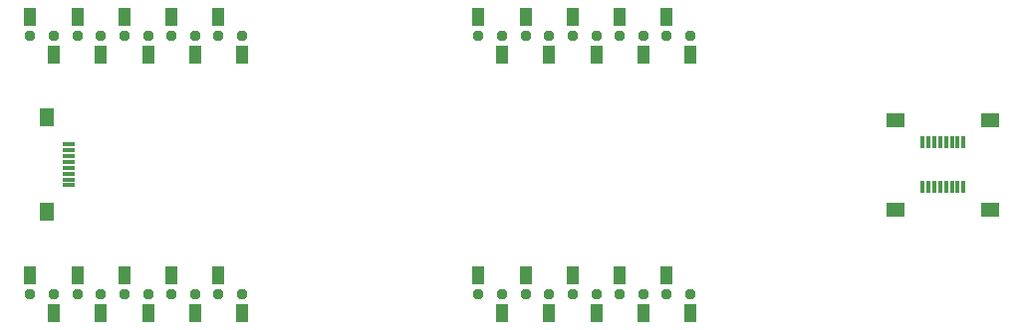
<source format=gts>
%TF.GenerationSoftware,KiCad,Pcbnew,(5.1.9)-1*%
%TF.CreationDate,2021-03-01T18:45:07-05:00*%
%TF.ProjectId,multicntr_filled,6d756c74-6963-46e7-9472-5f66696c6c65,A*%
%TF.SameCoordinates,Original*%
%TF.FileFunction,Soldermask,Top*%
%TF.FilePolarity,Negative*%
%FSLAX46Y46*%
G04 Gerber Fmt 4.6, Leading zero omitted, Abs format (unit mm)*
G04 Created by KiCad (PCBNEW (5.1.9)-1) date 2021-03-01 18:45:07*
%MOMM*%
%LPD*%
G01*
G04 APERTURE LIST*
%ADD10R,1.300000X1.650000*%
%ADD11R,1.000000X0.300000*%
%ADD12R,1.650000X1.300000*%
%ADD13R,0.300000X1.000000*%
%ADD14C,0.950000*%
%ADD15R,1.000000X1.600000*%
G04 APERTURE END LIST*
D10*
%TO.C,J1*%
X131381000Y-101025920D03*
X131381000Y-92975920D03*
D11*
X133281000Y-98750920D03*
X133281000Y-98250920D03*
X133281000Y-97750920D03*
X133281000Y-97250920D03*
X133281000Y-96750920D03*
X133281000Y-96250920D03*
X133281000Y-95750920D03*
X133281000Y-95250920D03*
%TD*%
D12*
%TO.C,J3*%
X211606000Y-100810920D03*
X203556000Y-100810920D03*
D13*
X209331000Y-98910920D03*
X208831000Y-98910920D03*
X208331000Y-98910920D03*
X207831000Y-98910920D03*
X207331000Y-98910920D03*
X206831000Y-98910920D03*
X206331000Y-98910920D03*
X205831000Y-98910920D03*
%TD*%
D12*
%TO.C,J4*%
X203556000Y-93190920D03*
X211606000Y-93190920D03*
D13*
X205831000Y-95090920D03*
X206331000Y-95090920D03*
X206831000Y-95090920D03*
X207331000Y-95090920D03*
X207831000Y-95090920D03*
X208331000Y-95090920D03*
X208831000Y-95090920D03*
X209331000Y-95090920D03*
%TD*%
D14*
%TO.C,P2*%
X168101000Y-108000920D03*
X170101000Y-108000920D03*
X172101000Y-108000920D03*
X174101000Y-108000920D03*
X176101000Y-108000920D03*
X178101000Y-108000920D03*
X180101000Y-108000920D03*
X182101000Y-108000920D03*
X184101000Y-108000920D03*
X186101000Y-108000920D03*
D15*
X168101000Y-106400920D03*
X170101000Y-109600920D03*
X172101000Y-106400920D03*
X174101000Y-109600920D03*
X176101000Y-106400920D03*
X178101000Y-109600920D03*
X180101000Y-106400920D03*
X182101000Y-109600920D03*
X184101000Y-106400920D03*
X186101000Y-109600920D03*
%TD*%
D14*
%TO.C,P1*%
X168101000Y-86000920D03*
X170101000Y-86000920D03*
X172101000Y-86000920D03*
X174101000Y-86000920D03*
X176101000Y-86000920D03*
X178101000Y-86000920D03*
X180101000Y-86000920D03*
X182101000Y-86000920D03*
X184101000Y-86000920D03*
X186101000Y-86000920D03*
D15*
X168101000Y-84400920D03*
X170101000Y-87600920D03*
X172101000Y-84400920D03*
X174101000Y-87600920D03*
X176101000Y-84400920D03*
X178101000Y-87600920D03*
X180101000Y-84400920D03*
X182101000Y-87600920D03*
X184101000Y-84400920D03*
X186101000Y-87600920D03*
%TD*%
%TO.C,P1*%
X148001000Y-87600920D03*
X146001000Y-84400920D03*
X144001000Y-87600920D03*
X142001000Y-84400920D03*
X140001000Y-87600920D03*
X138001000Y-84400920D03*
X136001000Y-87600920D03*
X134001000Y-84400920D03*
X132001000Y-87600920D03*
X130001000Y-84400920D03*
D14*
X148001000Y-86000920D03*
X146001000Y-86000920D03*
X144001000Y-86000920D03*
X142001000Y-86000920D03*
X140001000Y-86000920D03*
X138001000Y-86000920D03*
X136001000Y-86000920D03*
X134001000Y-86000920D03*
X132001000Y-86000920D03*
X130001000Y-86000920D03*
%TD*%
D15*
%TO.C,P2*%
X148001000Y-109600920D03*
X146001000Y-106400920D03*
X144001000Y-109600920D03*
X142001000Y-106400920D03*
X140001000Y-109600920D03*
X138001000Y-106400920D03*
X136001000Y-109600920D03*
X134001000Y-106400920D03*
X132001000Y-109600920D03*
X130001000Y-106400920D03*
D14*
X148001000Y-108000920D03*
X146001000Y-108000920D03*
X144001000Y-108000920D03*
X142001000Y-108000920D03*
X140001000Y-108000920D03*
X138001000Y-108000920D03*
X136001000Y-108000920D03*
X134001000Y-108000920D03*
X132001000Y-108000920D03*
X130001000Y-108000920D03*
%TD*%
M02*

</source>
